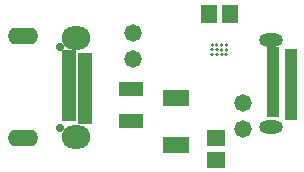
<source format=gbr>
%TF.GenerationSoftware,Altium Limited,Altium Designer,22.10.1 (41)*%
G04 Layer_Color=8388736*
%FSLAX45Y45*%
%MOMM*%
%TF.SameCoordinates,7C4CEE53-0205-4E42-98F0-91463D168F18*%
%TF.FilePolarity,Negative*%
%TF.FileFunction,Soldermask,Top*%
%TF.Part,Single*%
G01*
G75*
%TA.AperFunction,SMDPad,CuDef*%
%ADD15R,2.03200X1.14300*%
%TA.AperFunction,ComponentPad*%
%ADD25O,2.40320X2.00320*%
%ADD26O,2.60320X1.40320*%
%ADD27C,0.70322*%
%ADD28O,2.00320X1.10320*%
%TA.AperFunction,ViaPad*%
%ADD29C,1.47320*%
%TA.AperFunction,NonConductor*%
%ADD34C,0.16250*%
%TA.AperFunction,SMDPad,CuDef*%
%ADD35R,1.20320X0.50320*%
%TA.AperFunction,ConnectorPad*%
%ADD36R,1.00320X0.50320*%
%TA.AperFunction,SMDPad,CuDef*%
%ADD37R,1.40320X1.60320*%
%ADD38R,1.60320X1.40320*%
%ADD39R,2.30320X1.47320*%
D15*
X1221740Y570230D02*
D03*
Y836930D02*
D03*
D25*
X756418Y435089D02*
D03*
X756408Y1273289D02*
D03*
D26*
X303414Y1286200D02*
D03*
Y422173D02*
D03*
D27*
X623400Y514175D02*
D03*
Y1194184D02*
D03*
D28*
X2404956Y517502D02*
D03*
X2404999Y1257500D02*
D03*
D29*
X1242060Y1313180D02*
D03*
X1239520Y1092200D02*
D03*
X2169160Y502920D02*
D03*
Y723900D02*
D03*
D34*
X2036625Y1173480D02*
G03*
X2036625Y1173480I-8125J0D01*
G01*
X1996625D02*
G03*
X1996625Y1173480I-8125J0D01*
G01*
X1956625D02*
G03*
X1956625Y1173480I-8125J0D01*
G01*
X1916625D02*
G03*
X1916625Y1173480I-8125J0D01*
G01*
X2036625Y1133480D02*
G03*
X2036625Y1133480I-8125J0D01*
G01*
X1996625D02*
G03*
X1996625Y1133480I-8125J0D01*
G01*
X1956625D02*
G03*
X1956625Y1133480I-8125J0D01*
G01*
X1916625D02*
G03*
X1916625Y1133480I-8125J0D01*
G01*
X2036625Y1213480D02*
G03*
X2036625Y1213480I-8125J0D01*
G01*
X1996625D02*
G03*
X1996625Y1213480I-8125J0D01*
G01*
X1956625D02*
G03*
X1956625Y1213480I-8125J0D01*
G01*
X1916625D02*
G03*
X1916625Y1213480I-8125J0D01*
G01*
D35*
X828416Y1116670D02*
D03*
Y1066673D02*
D03*
Y1016668D02*
D03*
Y966676D02*
D03*
Y916681D02*
D03*
Y866684D02*
D03*
Y816689D02*
D03*
Y766689D02*
D03*
Y716684D02*
D03*
Y666684D02*
D03*
Y616684D02*
D03*
Y566684D02*
D03*
X693420Y591680D02*
D03*
Y641683D02*
D03*
Y691678D02*
D03*
Y741680D02*
D03*
Y791680D02*
D03*
Y841685D02*
D03*
Y891687D02*
D03*
Y941682D02*
D03*
Y991682D02*
D03*
Y1041684D02*
D03*
Y1091679D02*
D03*
Y1141679D02*
D03*
D36*
X2574954Y600001D02*
D03*
Y650001D02*
D03*
Y700001D02*
D03*
Y750001D02*
D03*
Y800001D02*
D03*
Y850001D02*
D03*
Y900000D02*
D03*
Y950000D02*
D03*
Y1000000D02*
D03*
Y1050000D02*
D03*
Y1100000D02*
D03*
X2575000Y1150000D02*
D03*
X2425005Y1174994D02*
D03*
Y1124994D02*
D03*
Y1074994D02*
D03*
Y1024994D02*
D03*
Y974994D02*
D03*
Y924994D02*
D03*
Y874994D02*
D03*
Y824994D02*
D03*
Y774994D02*
D03*
Y724994D02*
D03*
Y674995D02*
D03*
Y624995D02*
D03*
D37*
X1878500Y1478280D02*
D03*
X2058500D02*
D03*
D38*
X1943100Y242740D02*
D03*
Y422740D02*
D03*
D39*
X1600200Y764920D02*
D03*
Y367920D02*
D03*
%TF.MD5,ae0e4c4e9d34b70c3dc843b75a3513cc*%
M02*

</source>
